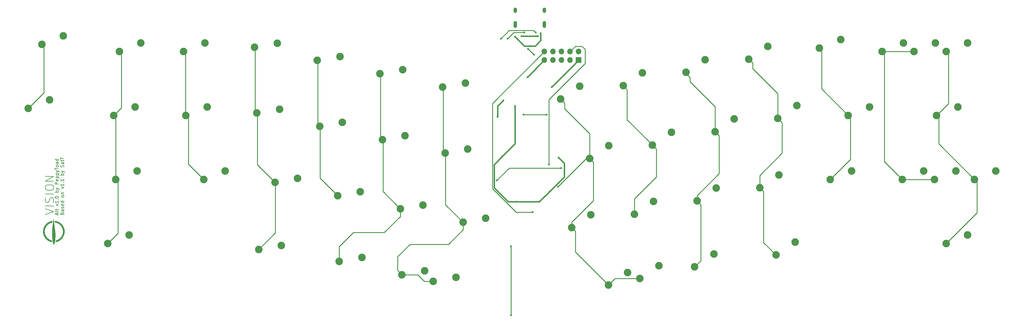
<source format=gbr>
%TF.GenerationSoftware,KiCad,Pcbnew,(6.0.11-0)*%
%TF.CreationDate,2023-07-09T00:15:19+09:00*%
%TF.ProjectId,Vision,56697369-6f6e-42e6-9b69-6361645f7063,rev?*%
%TF.SameCoordinates,Original*%
%TF.FileFunction,Copper,L1,Top*%
%TF.FilePolarity,Positive*%
%FSLAX46Y46*%
G04 Gerber Fmt 4.6, Leading zero omitted, Abs format (unit mm)*
G04 Created by KiCad (PCBNEW (6.0.11-0)) date 2023-07-09 00:15:19*
%MOMM*%
%LPD*%
G01*
G04 APERTURE LIST*
%ADD10C,0.150000*%
%TA.AperFunction,NonConductor*%
%ADD11C,0.150000*%
%TD*%
%ADD12C,0.200000*%
%TA.AperFunction,NonConductor*%
%ADD13C,0.200000*%
%TD*%
%TA.AperFunction,EtchedComponent*%
%ADD14C,0.010000*%
%TD*%
%TA.AperFunction,ComponentPad*%
%ADD15C,2.250000*%
%TD*%
%TA.AperFunction,ComponentPad*%
%ADD16O,1.000000X1.600000*%
%TD*%
%TA.AperFunction,ComponentPad*%
%ADD17O,1.000000X2.100000*%
%TD*%
%TA.AperFunction,ComponentPad*%
%ADD18R,1.700000X1.700000*%
%TD*%
%TA.AperFunction,ComponentPad*%
%ADD19O,1.700000X1.700000*%
%TD*%
%TA.AperFunction,ViaPad*%
%ADD20C,0.600000*%
%TD*%
%TA.AperFunction,Conductor*%
%ADD21C,0.381000*%
%TD*%
%TA.AperFunction,Conductor*%
%ADD22C,0.254000*%
%TD*%
G04 APERTURE END LIST*
D10*
D11*
X69661666Y-143412023D02*
X69661666Y-142935833D01*
X69947380Y-143507261D02*
X68947380Y-143173928D01*
X69947380Y-142840595D01*
X69947380Y-142364404D02*
X69899761Y-142459642D01*
X69804523Y-142507261D01*
X68947380Y-142507261D01*
X69280714Y-142126309D02*
X69280714Y-141745357D01*
X68947380Y-141983452D02*
X69804523Y-141983452D01*
X69899761Y-141935833D01*
X69947380Y-141840595D01*
X69947380Y-141745357D01*
X69280714Y-140745357D02*
X69947380Y-140507261D01*
X69280714Y-140269166D01*
X69947380Y-139364404D02*
X69947380Y-139935833D01*
X69947380Y-139650119D02*
X68947380Y-139650119D01*
X69090238Y-139745357D01*
X69185476Y-139840595D01*
X69233095Y-139935833D01*
X69852142Y-138935833D02*
X69899761Y-138888214D01*
X69947380Y-138935833D01*
X69899761Y-138983452D01*
X69852142Y-138935833D01*
X69947380Y-138935833D01*
X68947380Y-138269166D02*
X68947380Y-138173928D01*
X68995000Y-138078690D01*
X69042619Y-138031071D01*
X69137857Y-137983452D01*
X69328333Y-137935833D01*
X69566428Y-137935833D01*
X69756904Y-137983452D01*
X69852142Y-138031071D01*
X69899761Y-138078690D01*
X69947380Y-138173928D01*
X69947380Y-138269166D01*
X69899761Y-138364404D01*
X69852142Y-138412023D01*
X69756904Y-138459642D01*
X69566428Y-138507261D01*
X69328333Y-138507261D01*
X69137857Y-138459642D01*
X69042619Y-138412023D01*
X68995000Y-138364404D01*
X68947380Y-138269166D01*
X69947380Y-136745357D02*
X68947380Y-136745357D01*
X69328333Y-136745357D02*
X69280714Y-136650119D01*
X69280714Y-136459642D01*
X69328333Y-136364404D01*
X69375952Y-136316785D01*
X69471190Y-136269166D01*
X69756904Y-136269166D01*
X69852142Y-136316785D01*
X69899761Y-136364404D01*
X69947380Y-136459642D01*
X69947380Y-136650119D01*
X69899761Y-136745357D01*
X69280714Y-135935833D02*
X69947380Y-135697738D01*
X69280714Y-135459642D02*
X69947380Y-135697738D01*
X70185476Y-135792976D01*
X70233095Y-135840595D01*
X70280714Y-135935833D01*
X69947380Y-134316785D02*
X68947380Y-134316785D01*
X68947380Y-133935833D01*
X68995000Y-133840595D01*
X69042619Y-133792976D01*
X69137857Y-133745357D01*
X69280714Y-133745357D01*
X69375952Y-133792976D01*
X69423571Y-133840595D01*
X69471190Y-133935833D01*
X69471190Y-134316785D01*
X69899761Y-132935833D02*
X69947380Y-133031071D01*
X69947380Y-133221547D01*
X69899761Y-133316785D01*
X69804523Y-133364404D01*
X69423571Y-133364404D01*
X69328333Y-133316785D01*
X69280714Y-133221547D01*
X69280714Y-133031071D01*
X69328333Y-132935833D01*
X69423571Y-132888214D01*
X69518809Y-132888214D01*
X69614047Y-133364404D01*
X69280714Y-132459642D02*
X70280714Y-132459642D01*
X69328333Y-132459642D02*
X69280714Y-132364404D01*
X69280714Y-132173928D01*
X69328333Y-132078690D01*
X69375952Y-132031071D01*
X69471190Y-131983452D01*
X69756904Y-131983452D01*
X69852142Y-132031071D01*
X69899761Y-132078690D01*
X69947380Y-132173928D01*
X69947380Y-132364404D01*
X69899761Y-132459642D01*
X69280714Y-131554880D02*
X70280714Y-131554880D01*
X69328333Y-131554880D02*
X69280714Y-131459642D01*
X69280714Y-131269166D01*
X69328333Y-131173928D01*
X69375952Y-131126309D01*
X69471190Y-131078690D01*
X69756904Y-131078690D01*
X69852142Y-131126309D01*
X69899761Y-131173928D01*
X69947380Y-131269166D01*
X69947380Y-131459642D01*
X69899761Y-131554880D01*
X69280714Y-130745357D02*
X69947380Y-130507261D01*
X69280714Y-130269166D02*
X69947380Y-130507261D01*
X70185476Y-130602500D01*
X70233095Y-130650119D01*
X70280714Y-130745357D01*
X68947380Y-130031071D02*
X68947380Y-129459642D01*
X69947380Y-129745357D02*
X68947380Y-129745357D01*
X69947380Y-128983452D02*
X69899761Y-129078690D01*
X69852142Y-129126309D01*
X69756904Y-129173928D01*
X69471190Y-129173928D01*
X69375952Y-129126309D01*
X69328333Y-129078690D01*
X69280714Y-128983452D01*
X69280714Y-128840595D01*
X69328333Y-128745357D01*
X69375952Y-128697738D01*
X69471190Y-128650119D01*
X69756904Y-128650119D01*
X69852142Y-128697738D01*
X69899761Y-128745357D01*
X69947380Y-128840595D01*
X69947380Y-128983452D01*
X69947380Y-127792976D02*
X69423571Y-127792976D01*
X69328333Y-127840595D01*
X69280714Y-127935833D01*
X69280714Y-128126309D01*
X69328333Y-128221547D01*
X69899761Y-127792976D02*
X69947380Y-127888214D01*
X69947380Y-128126309D01*
X69899761Y-128221547D01*
X69804523Y-128269166D01*
X69709285Y-128269166D01*
X69614047Y-128221547D01*
X69566428Y-128126309D01*
X69566428Y-127888214D01*
X69518809Y-127792976D01*
X69947380Y-126888214D02*
X68947380Y-126888214D01*
X69899761Y-126888214D02*
X69947380Y-126983452D01*
X69947380Y-127173928D01*
X69899761Y-127269166D01*
X69852142Y-127316785D01*
X69756904Y-127364404D01*
X69471190Y-127364404D01*
X69375952Y-127316785D01*
X69328333Y-127269166D01*
X69280714Y-127173928D01*
X69280714Y-126983452D01*
X69328333Y-126888214D01*
X71033571Y-143031071D02*
X71081190Y-142888214D01*
X71128809Y-142840595D01*
X71224047Y-142792976D01*
X71366904Y-142792976D01*
X71462142Y-142840595D01*
X71509761Y-142888214D01*
X71557380Y-142983452D01*
X71557380Y-143364404D01*
X70557380Y-143364404D01*
X70557380Y-143031071D01*
X70605000Y-142935833D01*
X70652619Y-142888214D01*
X70747857Y-142840595D01*
X70843095Y-142840595D01*
X70938333Y-142888214D01*
X70985952Y-142935833D01*
X71033571Y-143031071D01*
X71033571Y-143364404D01*
X71557380Y-141935833D02*
X71033571Y-141935833D01*
X70938333Y-141983452D01*
X70890714Y-142078690D01*
X70890714Y-142269166D01*
X70938333Y-142364404D01*
X71509761Y-141935833D02*
X71557380Y-142031071D01*
X71557380Y-142269166D01*
X71509761Y-142364404D01*
X71414523Y-142412023D01*
X71319285Y-142412023D01*
X71224047Y-142364404D01*
X71176428Y-142269166D01*
X71176428Y-142031071D01*
X71128809Y-141935833D01*
X71509761Y-141507261D02*
X71557380Y-141412023D01*
X71557380Y-141221547D01*
X71509761Y-141126309D01*
X71414523Y-141078690D01*
X71366904Y-141078690D01*
X71271666Y-141126309D01*
X71224047Y-141221547D01*
X71224047Y-141364404D01*
X71176428Y-141459642D01*
X71081190Y-141507261D01*
X71033571Y-141507261D01*
X70938333Y-141459642D01*
X70890714Y-141364404D01*
X70890714Y-141221547D01*
X70938333Y-141126309D01*
X71509761Y-140269166D02*
X71557380Y-140364404D01*
X71557380Y-140554880D01*
X71509761Y-140650119D01*
X71414523Y-140697738D01*
X71033571Y-140697738D01*
X70938333Y-140650119D01*
X70890714Y-140554880D01*
X70890714Y-140364404D01*
X70938333Y-140269166D01*
X71033571Y-140221547D01*
X71128809Y-140221547D01*
X71224047Y-140697738D01*
X71557380Y-139364404D02*
X70557380Y-139364404D01*
X71509761Y-139364404D02*
X71557380Y-139459642D01*
X71557380Y-139650119D01*
X71509761Y-139745357D01*
X71462142Y-139792976D01*
X71366904Y-139840595D01*
X71081190Y-139840595D01*
X70985952Y-139792976D01*
X70938333Y-139745357D01*
X70890714Y-139650119D01*
X70890714Y-139459642D01*
X70938333Y-139364404D01*
X71557380Y-137983452D02*
X71509761Y-138078690D01*
X71462142Y-138126309D01*
X71366904Y-138173928D01*
X71081190Y-138173928D01*
X70985952Y-138126309D01*
X70938333Y-138078690D01*
X70890714Y-137983452D01*
X70890714Y-137840595D01*
X70938333Y-137745357D01*
X70985952Y-137697738D01*
X71081190Y-137650119D01*
X71366904Y-137650119D01*
X71462142Y-137697738D01*
X71509761Y-137745357D01*
X71557380Y-137840595D01*
X71557380Y-137983452D01*
X70890714Y-137221547D02*
X71557380Y-137221547D01*
X70985952Y-137221547D02*
X70938333Y-137173928D01*
X70890714Y-137078690D01*
X70890714Y-136935833D01*
X70938333Y-136840595D01*
X71033571Y-136792976D01*
X71557380Y-136792976D01*
X70890714Y-135650119D02*
X71557380Y-135412023D01*
X70890714Y-135173928D01*
X71557380Y-134269166D02*
X71557380Y-134840595D01*
X71557380Y-134554880D02*
X70557380Y-134554880D01*
X70700238Y-134650119D01*
X70795476Y-134745357D01*
X70843095Y-134840595D01*
X71462142Y-133840595D02*
X71509761Y-133792976D01*
X71557380Y-133840595D01*
X71509761Y-133888214D01*
X71462142Y-133840595D01*
X71557380Y-133840595D01*
X71557380Y-132840595D02*
X71557380Y-133412023D01*
X71557380Y-133126309D02*
X70557380Y-133126309D01*
X70700238Y-133221547D01*
X70795476Y-133316785D01*
X70843095Y-133412023D01*
X71557380Y-131650119D02*
X70557380Y-131650119D01*
X70938333Y-131650119D02*
X70890714Y-131554880D01*
X70890714Y-131364404D01*
X70938333Y-131269166D01*
X70985952Y-131221547D01*
X71081190Y-131173928D01*
X71366904Y-131173928D01*
X71462142Y-131221547D01*
X71509761Y-131269166D01*
X71557380Y-131364404D01*
X71557380Y-131554880D01*
X71509761Y-131650119D01*
X70890714Y-130840595D02*
X71557380Y-130602500D01*
X70890714Y-130364404D02*
X71557380Y-130602500D01*
X71795476Y-130697738D01*
X71843095Y-130745357D01*
X71890714Y-130840595D01*
X71509761Y-129269166D02*
X71557380Y-129126309D01*
X71557380Y-128888214D01*
X71509761Y-128792976D01*
X71462142Y-128745357D01*
X71366904Y-128697738D01*
X71271666Y-128697738D01*
X71176428Y-128745357D01*
X71128809Y-128792976D01*
X71081190Y-128888214D01*
X71033571Y-129078690D01*
X70985952Y-129173928D01*
X70938333Y-129221547D01*
X70843095Y-129269166D01*
X70747857Y-129269166D01*
X70652619Y-129221547D01*
X70605000Y-129173928D01*
X70557380Y-129078690D01*
X70557380Y-128840595D01*
X70605000Y-128697738D01*
X71557380Y-127840595D02*
X71033571Y-127840595D01*
X70938333Y-127888214D01*
X70890714Y-127983452D01*
X70890714Y-128173928D01*
X70938333Y-128269166D01*
X71509761Y-127840595D02*
X71557380Y-127935833D01*
X71557380Y-128173928D01*
X71509761Y-128269166D01*
X71414523Y-128316785D01*
X71319285Y-128316785D01*
X71224047Y-128269166D01*
X71176428Y-128173928D01*
X71176428Y-127935833D01*
X71128809Y-127840595D01*
X70890714Y-127507261D02*
X70890714Y-127126309D01*
X70557380Y-127364404D02*
X71414523Y-127364404D01*
X71509761Y-127316785D01*
X71557380Y-127221547D01*
X71557380Y-127126309D01*
X70557380Y-126935833D02*
X70557380Y-126364404D01*
X71557380Y-126650119D02*
X70557380Y-126650119D01*
D12*
D13*
X66030952Y-143331904D02*
X68530952Y-142498571D01*
X66030952Y-141665238D01*
X68530952Y-140831904D02*
X66030952Y-140831904D01*
X68411904Y-139760476D02*
X68530952Y-139403333D01*
X68530952Y-138808095D01*
X68411904Y-138570000D01*
X68292857Y-138450952D01*
X68054761Y-138331904D01*
X67816666Y-138331904D01*
X67578571Y-138450952D01*
X67459523Y-138570000D01*
X67340476Y-138808095D01*
X67221428Y-139284285D01*
X67102380Y-139522380D01*
X66983333Y-139641428D01*
X66745238Y-139760476D01*
X66507142Y-139760476D01*
X66269047Y-139641428D01*
X66150000Y-139522380D01*
X66030952Y-139284285D01*
X66030952Y-138689047D01*
X66150000Y-138331904D01*
X68530952Y-137260476D02*
X66030952Y-137260476D01*
X66030952Y-135593809D02*
X66030952Y-135117619D01*
X66150000Y-134879523D01*
X66388095Y-134641428D01*
X66864285Y-134522380D01*
X67697619Y-134522380D01*
X68173809Y-134641428D01*
X68411904Y-134879523D01*
X68530952Y-135117619D01*
X68530952Y-135593809D01*
X68411904Y-135831904D01*
X68173809Y-136070000D01*
X67697619Y-136189047D01*
X66864285Y-136189047D01*
X66388095Y-136070000D01*
X66150000Y-135831904D01*
X66030952Y-135593809D01*
X68530952Y-133450952D02*
X66030952Y-133450952D01*
X68530952Y-132022380D01*
X66030952Y-132022380D01*
%TO.C,H2*%
G36*
X68858339Y-145231554D02*
G01*
X68894865Y-145237462D01*
X68950410Y-145247453D01*
X69021394Y-145260868D01*
X69104234Y-145277049D01*
X69175897Y-145291392D01*
X69502369Y-145357401D01*
X69803548Y-145488552D01*
X69898476Y-145530090D01*
X69974633Y-145564337D01*
X70037574Y-145594426D01*
X70092855Y-145623493D01*
X70146029Y-145654673D01*
X70202651Y-145691101D01*
X70268275Y-145735912D01*
X70348457Y-145792241D01*
X70375458Y-145811343D01*
X70459474Y-145871025D01*
X70526816Y-145919866D01*
X70582124Y-145961964D01*
X70630034Y-146001413D01*
X70675187Y-146042312D01*
X70722219Y-146088756D01*
X70775769Y-146144841D01*
X70840476Y-146214664D01*
X70876384Y-146253743D01*
X70947674Y-146331638D01*
X71004483Y-146394868D01*
X71050492Y-146448390D01*
X71089378Y-146497163D01*
X71124821Y-146546145D01*
X71160499Y-146600295D01*
X71200091Y-146664571D01*
X71247276Y-146743931D01*
X71274847Y-146790783D01*
X71327189Y-146880093D01*
X71368515Y-146952023D01*
X71401395Y-147012222D01*
X71428397Y-147066336D01*
X71452092Y-147120013D01*
X71475050Y-147178902D01*
X71499840Y-147248649D01*
X71529033Y-147334903D01*
X71547191Y-147389307D01*
X71651267Y-147701549D01*
X71689473Y-148030853D01*
X71699997Y-148123037D01*
X71709310Y-148207442D01*
X71716999Y-148280105D01*
X71722654Y-148337060D01*
X71725863Y-148374343D01*
X71726423Y-148386894D01*
X71724772Y-148407470D01*
X71720829Y-148450507D01*
X71714993Y-148511869D01*
X71707658Y-148587415D01*
X71699221Y-148673007D01*
X71694353Y-148721882D01*
X71663538Y-149030134D01*
X71563064Y-149347209D01*
X71531712Y-149445745D01*
X71505923Y-149524492D01*
X71483221Y-149589128D01*
X71461128Y-149645332D01*
X71437167Y-149698786D01*
X71408862Y-149755166D01*
X71373735Y-149820154D01*
X71329309Y-149899427D01*
X71298430Y-149953971D01*
X71246624Y-150045018D01*
X71204172Y-150117915D01*
X71167372Y-150177846D01*
X71132522Y-150229994D01*
X71095922Y-150279542D01*
X71053870Y-150331673D01*
X71002665Y-150391572D01*
X70938606Y-150464421D01*
X70914448Y-150491697D01*
X70844753Y-150570018D01*
X70787773Y-150632679D01*
X70738752Y-150684039D01*
X70692934Y-150728455D01*
X70645563Y-150770286D01*
X70591884Y-150813888D01*
X70527142Y-150863620D01*
X70446579Y-150923840D01*
X70426925Y-150938434D01*
X70343404Y-151000248D01*
X70275894Y-151049267D01*
X70219015Y-151088661D01*
X70167386Y-151121598D01*
X70115628Y-151151246D01*
X70058359Y-151180775D01*
X69990199Y-151213352D01*
X69905768Y-151252146D01*
X69855143Y-151275149D01*
X69748707Y-151322885D01*
X69660467Y-151360907D01*
X69584657Y-151391365D01*
X69515514Y-151416411D01*
X69447272Y-151438196D01*
X69374168Y-151458872D01*
X69335567Y-151469058D01*
X69263844Y-151487321D01*
X69201745Y-151502488D01*
X69153614Y-151513551D01*
X69123790Y-151519500D01*
X69116066Y-151520027D01*
X69115014Y-151504235D01*
X69117073Y-151467409D01*
X69121610Y-151414986D01*
X69127991Y-151352407D01*
X69135584Y-151285110D01*
X69143755Y-151218533D01*
X69151871Y-151158116D01*
X69159299Y-151109297D01*
X69165406Y-151077515D01*
X69168664Y-151068200D01*
X69184725Y-151060146D01*
X69222116Y-151045043D01*
X69276834Y-151024393D01*
X69344877Y-150999699D01*
X69422242Y-150972464D01*
X69440504Y-150966146D01*
X69530957Y-150934543D01*
X69603883Y-150907611D01*
X69665880Y-150882255D01*
X69723548Y-150855383D01*
X69783486Y-150823900D01*
X69852292Y-150784713D01*
X69936566Y-150734728D01*
X69945277Y-150729509D01*
X70030714Y-150677817D01*
X70099249Y-150634691D01*
X70156792Y-150595671D01*
X70209253Y-150556299D01*
X70262541Y-150512114D01*
X70322566Y-150458658D01*
X70395236Y-150391471D01*
X70403628Y-150383637D01*
X70477371Y-150314203D01*
X70536052Y-150257016D01*
X70584518Y-150206477D01*
X70627619Y-150156989D01*
X70670203Y-150102955D01*
X70717120Y-150038777D01*
X70773217Y-149958858D01*
X70779741Y-149949465D01*
X70836739Y-149866648D01*
X70881666Y-149798923D01*
X70918136Y-149739730D01*
X70949765Y-149682507D01*
X70980165Y-149620695D01*
X71012952Y-149547732D01*
X71051740Y-149457058D01*
X71054125Y-149451412D01*
X71091159Y-149363117D01*
X71119868Y-149292089D01*
X71142236Y-149231773D01*
X71160249Y-149175618D01*
X71175891Y-149117071D01*
X71191148Y-149049577D01*
X71208005Y-148966585D01*
X71220692Y-148901579D01*
X71276431Y-148614158D01*
X71267241Y-148326737D01*
X71263985Y-148230334D01*
X71260578Y-148153931D01*
X71256146Y-148090801D01*
X71249811Y-148034215D01*
X71240697Y-147977448D01*
X71227928Y-147913771D01*
X71210628Y-147836458D01*
X71194103Y-147765263D01*
X71171745Y-147670720D01*
X71152766Y-147595436D01*
X71134790Y-147532583D01*
X71115442Y-147475332D01*
X71092346Y-147416853D01*
X71063126Y-147350318D01*
X71025408Y-147268897D01*
X71010149Y-147236446D01*
X70967749Y-147147442D01*
X70931879Y-147075525D01*
X70898711Y-147014377D01*
X70864419Y-146957680D01*
X70825175Y-146899115D01*
X70777151Y-146832365D01*
X70716519Y-146751111D01*
X70714553Y-146748499D01*
X70653251Y-146667758D01*
X70602618Y-146603365D01*
X70557675Y-146549989D01*
X70513447Y-146502296D01*
X70464957Y-146454953D01*
X70407227Y-146402626D01*
X70335282Y-146339984D01*
X70325385Y-146331458D01*
X70249052Y-146266375D01*
X70185770Y-146214483D01*
X70129253Y-146171415D01*
X70073214Y-146132803D01*
X70011365Y-146094281D01*
X69937419Y-146051481D01*
X69860562Y-146008588D01*
X69773857Y-145960978D01*
X69703742Y-145923842D01*
X69643603Y-145894373D01*
X69586827Y-145869764D01*
X69526797Y-145847209D01*
X69456901Y-145823902D01*
X69370523Y-145797034D01*
X69340337Y-145787839D01*
X69253101Y-145761878D01*
X69168187Y-145737604D01*
X69091212Y-145716548D01*
X69027790Y-145700240D01*
X68983536Y-145690212D01*
X68979505Y-145689453D01*
X68887652Y-145672806D01*
X68863531Y-145454102D01*
X68855766Y-145380789D01*
X68849652Y-145317312D01*
X68845575Y-145268188D01*
X68843921Y-145237931D01*
X68844417Y-145230390D01*
X68858339Y-145231554D01*
G37*
D14*
X68858339Y-145231554D02*
X68894865Y-145237462D01*
X68950410Y-145247453D01*
X69021394Y-145260868D01*
X69104234Y-145277049D01*
X69175897Y-145291392D01*
X69502369Y-145357401D01*
X69803548Y-145488552D01*
X69898476Y-145530090D01*
X69974633Y-145564337D01*
X70037574Y-145594426D01*
X70092855Y-145623493D01*
X70146029Y-145654673D01*
X70202651Y-145691101D01*
X70268275Y-145735912D01*
X70348457Y-145792241D01*
X70375458Y-145811343D01*
X70459474Y-145871025D01*
X70526816Y-145919866D01*
X70582124Y-145961964D01*
X70630034Y-146001413D01*
X70675187Y-146042312D01*
X70722219Y-146088756D01*
X70775769Y-146144841D01*
X70840476Y-146214664D01*
X70876384Y-146253743D01*
X70947674Y-146331638D01*
X71004483Y-146394868D01*
X71050492Y-146448390D01*
X71089378Y-146497163D01*
X71124821Y-146546145D01*
X71160499Y-146600295D01*
X71200091Y-146664571D01*
X71247276Y-146743931D01*
X71274847Y-146790783D01*
X71327189Y-146880093D01*
X71368515Y-146952023D01*
X71401395Y-147012222D01*
X71428397Y-147066336D01*
X71452092Y-147120013D01*
X71475050Y-147178902D01*
X71499840Y-147248649D01*
X71529033Y-147334903D01*
X71547191Y-147389307D01*
X71651267Y-147701549D01*
X71689473Y-148030853D01*
X71699997Y-148123037D01*
X71709310Y-148207442D01*
X71716999Y-148280105D01*
X71722654Y-148337060D01*
X71725863Y-148374343D01*
X71726423Y-148386894D01*
X71724772Y-148407470D01*
X71720829Y-148450507D01*
X71714993Y-148511869D01*
X71707658Y-148587415D01*
X71699221Y-148673007D01*
X71694353Y-148721882D01*
X71663538Y-149030134D01*
X71563064Y-149347209D01*
X71531712Y-149445745D01*
X71505923Y-149524492D01*
X71483221Y-149589128D01*
X71461128Y-149645332D01*
X71437167Y-149698786D01*
X71408862Y-149755166D01*
X71373735Y-149820154D01*
X71329309Y-149899427D01*
X71298430Y-149953971D01*
X71246624Y-150045018D01*
X71204172Y-150117915D01*
X71167372Y-150177846D01*
X71132522Y-150229994D01*
X71095922Y-150279542D01*
X71053870Y-150331673D01*
X71002665Y-150391572D01*
X70938606Y-150464421D01*
X70914448Y-150491697D01*
X70844753Y-150570018D01*
X70787773Y-150632679D01*
X70738752Y-150684039D01*
X70692934Y-150728455D01*
X70645563Y-150770286D01*
X70591884Y-150813888D01*
X70527142Y-150863620D01*
X70446579Y-150923840D01*
X70426925Y-150938434D01*
X70343404Y-151000248D01*
X70275894Y-151049267D01*
X70219015Y-151088661D01*
X70167386Y-151121598D01*
X70115628Y-151151246D01*
X70058359Y-151180775D01*
X69990199Y-151213352D01*
X69905768Y-151252146D01*
X69855143Y-151275149D01*
X69748707Y-151322885D01*
X69660467Y-151360907D01*
X69584657Y-151391365D01*
X69515514Y-151416411D01*
X69447272Y-151438196D01*
X69374168Y-151458872D01*
X69335567Y-151469058D01*
X69263844Y-151487321D01*
X69201745Y-151502488D01*
X69153614Y-151513551D01*
X69123790Y-151519500D01*
X69116066Y-151520027D01*
X69115014Y-151504235D01*
X69117073Y-151467409D01*
X69121610Y-151414986D01*
X69127991Y-151352407D01*
X69135584Y-151285110D01*
X69143755Y-151218533D01*
X69151871Y-151158116D01*
X69159299Y-151109297D01*
X69165406Y-151077515D01*
X69168664Y-151068200D01*
X69184725Y-151060146D01*
X69222116Y-151045043D01*
X69276834Y-151024393D01*
X69344877Y-150999699D01*
X69422242Y-150972464D01*
X69440504Y-150966146D01*
X69530957Y-150934543D01*
X69603883Y-150907611D01*
X69665880Y-150882255D01*
X69723548Y-150855383D01*
X69783486Y-150823900D01*
X69852292Y-150784713D01*
X69936566Y-150734728D01*
X69945277Y-150729509D01*
X70030714Y-150677817D01*
X70099249Y-150634691D01*
X70156792Y-150595671D01*
X70209253Y-150556299D01*
X70262541Y-150512114D01*
X70322566Y-150458658D01*
X70395236Y-150391471D01*
X70403628Y-150383637D01*
X70477371Y-150314203D01*
X70536052Y-150257016D01*
X70584518Y-150206477D01*
X70627619Y-150156989D01*
X70670203Y-150102955D01*
X70717120Y-150038777D01*
X70773217Y-149958858D01*
X70779741Y-149949465D01*
X70836739Y-149866648D01*
X70881666Y-149798923D01*
X70918136Y-149739730D01*
X70949765Y-149682507D01*
X70980165Y-149620695D01*
X71012952Y-149547732D01*
X71051740Y-149457058D01*
X71054125Y-149451412D01*
X71091159Y-149363117D01*
X71119868Y-149292089D01*
X71142236Y-149231773D01*
X71160249Y-149175618D01*
X71175891Y-149117071D01*
X71191148Y-149049577D01*
X71208005Y-148966585D01*
X71220692Y-148901579D01*
X71276431Y-148614158D01*
X71267241Y-148326737D01*
X71263985Y-148230334D01*
X71260578Y-148153931D01*
X71256146Y-148090801D01*
X71249811Y-148034215D01*
X71240697Y-147977448D01*
X71227928Y-147913771D01*
X71210628Y-147836458D01*
X71194103Y-147765263D01*
X71171745Y-147670720D01*
X71152766Y-147595436D01*
X71134790Y-147532583D01*
X71115442Y-147475332D01*
X71092346Y-147416853D01*
X71063126Y-147350318D01*
X71025408Y-147268897D01*
X71010149Y-147236446D01*
X70967749Y-147147442D01*
X70931879Y-147075525D01*
X70898711Y-147014377D01*
X70864419Y-146957680D01*
X70825175Y-146899115D01*
X70777151Y-146832365D01*
X70716519Y-146751111D01*
X70714553Y-146748499D01*
X70653251Y-146667758D01*
X70602618Y-146603365D01*
X70557675Y-146549989D01*
X70513447Y-146502296D01*
X70464957Y-146454953D01*
X70407227Y-146402626D01*
X70335282Y-146339984D01*
X70325385Y-146331458D01*
X70249052Y-146266375D01*
X70185770Y-146214483D01*
X70129253Y-146171415D01*
X70073214Y-146132803D01*
X70011365Y-146094281D01*
X69937419Y-146051481D01*
X69860562Y-146008588D01*
X69773857Y-145960978D01*
X69703742Y-145923842D01*
X69643603Y-145894373D01*
X69586827Y-145869764D01*
X69526797Y-145847209D01*
X69456901Y-145823902D01*
X69370523Y-145797034D01*
X69340337Y-145787839D01*
X69253101Y-145761878D01*
X69168187Y-145737604D01*
X69091212Y-145716548D01*
X69027790Y-145700240D01*
X68983536Y-145690212D01*
X68979505Y-145689453D01*
X68887652Y-145672806D01*
X68863531Y-145454102D01*
X68855766Y-145380789D01*
X68849652Y-145317312D01*
X68845575Y-145268188D01*
X68843921Y-145237931D01*
X68844417Y-145230390D01*
X68858339Y-145231554D01*
G36*
X68097365Y-145244256D02*
G01*
X68102292Y-145256139D01*
X68103115Y-145279864D01*
X68099814Y-145318676D01*
X68092365Y-145375818D01*
X68080748Y-145454534D01*
X68073540Y-145501880D01*
X68062785Y-145569847D01*
X68052923Y-145627791D01*
X68044833Y-145670859D01*
X68039395Y-145694199D01*
X68038191Y-145696901D01*
X68024007Y-145702045D01*
X67988015Y-145713383D01*
X67934107Y-145729739D01*
X67866174Y-145749936D01*
X67788108Y-145772798D01*
X67764474Y-145779658D01*
X67673218Y-145806405D01*
X67600221Y-145829009D01*
X67539005Y-145850141D01*
X67483092Y-145872473D01*
X67426004Y-145898673D01*
X67361263Y-145931413D01*
X67282390Y-145973363D01*
X67243106Y-145994579D01*
X67153971Y-146043308D01*
X67082399Y-146084101D01*
X67022156Y-146121214D01*
X66967009Y-146158904D01*
X66910726Y-146201429D01*
X66847074Y-146253043D01*
X66771011Y-146316995D01*
X66694154Y-146382767D01*
X66632752Y-146437323D01*
X66581533Y-146486188D01*
X66535225Y-146534887D01*
X66488558Y-146588944D01*
X66436258Y-146653884D01*
X66377808Y-146729064D01*
X66316611Y-146809116D01*
X66268208Y-146874784D01*
X66228635Y-146932496D01*
X66193926Y-146988679D01*
X66160116Y-147049758D01*
X66123240Y-147122162D01*
X66079333Y-147212318D01*
X66078191Y-147214688D01*
X66036091Y-147302683D01*
X66003465Y-147373324D01*
X65977954Y-147433232D01*
X65957196Y-147489028D01*
X65938830Y-147547333D01*
X65920495Y-147614767D01*
X65899830Y-147697950D01*
X65887278Y-147750051D01*
X65865310Y-147842282D01*
X65848680Y-147915475D01*
X65836497Y-147976273D01*
X65827869Y-148031317D01*
X65821906Y-148087249D01*
X65817715Y-148150710D01*
X65814405Y-148228342D01*
X65811477Y-148314752D01*
X65802079Y-148602597D01*
X65851718Y-148875746D01*
X65868900Y-148968780D01*
X65883752Y-149043241D01*
X65898229Y-149105814D01*
X65914287Y-149163182D01*
X65933881Y-149222030D01*
X65958967Y-149289041D01*
X65991501Y-149370902D01*
X66009863Y-149416263D01*
X66047123Y-149507217D01*
X66078275Y-149580064D01*
X66106672Y-149641048D01*
X66135665Y-149696414D01*
X66168609Y-149752408D01*
X66208856Y-149815275D01*
X66259758Y-149891260D01*
X66284080Y-149927059D01*
X66341496Y-150010727D01*
X66388986Y-150077559D01*
X66431252Y-150133100D01*
X66472995Y-150182895D01*
X66518917Y-150232490D01*
X66573720Y-150287428D01*
X66642104Y-150353257D01*
X66659290Y-150369611D01*
X66733086Y-150439165D01*
X66793861Y-150494449D01*
X66847560Y-150540036D01*
X66900131Y-150580497D01*
X66957519Y-150620407D01*
X67025673Y-150664337D01*
X67110537Y-150716861D01*
X67112129Y-150717837D01*
X67196146Y-150768932D01*
X67264313Y-150808948D01*
X67323169Y-150840988D01*
X67379252Y-150868158D01*
X67439101Y-150893563D01*
X67509253Y-150920308D01*
X67596246Y-150951498D01*
X67626814Y-150962258D01*
X67707330Y-150990794D01*
X67779329Y-151016788D01*
X67838972Y-151038816D01*
X67882419Y-151055453D01*
X67905833Y-151065274D01*
X67908626Y-151066872D01*
X67913460Y-151082639D01*
X67919801Y-151119397D01*
X67927067Y-151171693D01*
X67934680Y-151234073D01*
X67942060Y-151301084D01*
X67948627Y-151367273D01*
X67953801Y-151427184D01*
X67957003Y-151475364D01*
X67957653Y-151506361D01*
X67956253Y-151514940D01*
X67941984Y-151513292D01*
X67905682Y-151504849D01*
X67850903Y-151490562D01*
X67781205Y-151471380D01*
X67700143Y-151448252D01*
X67633772Y-151428814D01*
X67535334Y-151399539D01*
X67456651Y-151375393D01*
X67391967Y-151353997D01*
X67335524Y-151332974D01*
X67281568Y-151309943D01*
X67224342Y-151282528D01*
X67158091Y-151248349D01*
X67077057Y-151205029D01*
X67027658Y-151178365D01*
X66936585Y-151128966D01*
X66863622Y-151088449D01*
X66803569Y-151053247D01*
X66751230Y-151019796D01*
X66701406Y-150984530D01*
X66648898Y-150943885D01*
X66588510Y-150894295D01*
X66515043Y-150832195D01*
X66482375Y-150804371D01*
X66402354Y-150735905D01*
X66338379Y-150680009D01*
X66286033Y-150632046D01*
X66240901Y-150587375D01*
X66198567Y-150541356D01*
X66154614Y-150489352D01*
X66104628Y-150426721D01*
X66044192Y-150348826D01*
X66024751Y-150323590D01*
X65961341Y-150240967D01*
X65910993Y-150174068D01*
X65870417Y-150117531D01*
X65836317Y-150065993D01*
X65805403Y-150014091D01*
X65774382Y-149956464D01*
X65739960Y-149887749D01*
X65698845Y-149802584D01*
X65677813Y-149758577D01*
X65534052Y-149457468D01*
X65379140Y-148814684D01*
X65371038Y-148467105D01*
X65362935Y-148119526D01*
X65422714Y-147804335D01*
X65482492Y-147489143D01*
X65609356Y-147182703D01*
X65649087Y-147087134D01*
X65681744Y-147010585D01*
X65710309Y-146947567D01*
X65737763Y-146892586D01*
X65767087Y-146840150D01*
X65801261Y-146784769D01*
X65843267Y-146720951D01*
X65896085Y-146643202D01*
X65925469Y-146600321D01*
X65984973Y-146513877D01*
X66033580Y-146444747D01*
X66075399Y-146388118D01*
X66114539Y-146339176D01*
X66155110Y-146293107D01*
X66201222Y-146245099D01*
X66256983Y-146190338D01*
X66326505Y-146124010D01*
X66355846Y-146096228D01*
X66432092Y-146024361D01*
X66494208Y-145967025D01*
X66547293Y-145920313D01*
X66596445Y-145880320D01*
X66646763Y-145843138D01*
X66703346Y-145804861D01*
X66771292Y-145761582D01*
X66855700Y-145709395D01*
X66880913Y-145693922D01*
X66968354Y-145640420D01*
X67038887Y-145598057D01*
X67097981Y-145564233D01*
X67151105Y-145536349D01*
X67203729Y-145511807D01*
X67261322Y-145488008D01*
X67329354Y-145462353D01*
X67413295Y-145432243D01*
X67484715Y-145407029D01*
X67579927Y-145374306D01*
X67674135Y-145343443D01*
X67762121Y-145316038D01*
X67838667Y-145293688D01*
X67898554Y-145277990D01*
X67924895Y-145272322D01*
X67982104Y-145261681D01*
X68032151Y-145252023D01*
X68067103Y-145244892D01*
X68075290Y-145243042D01*
X68088357Y-145240972D01*
X68097365Y-145244256D01*
G37*
X68097365Y-145244256D02*
X68102292Y-145256139D01*
X68103115Y-145279864D01*
X68099814Y-145318676D01*
X68092365Y-145375818D01*
X68080748Y-145454534D01*
X68073540Y-145501880D01*
X68062785Y-145569847D01*
X68052923Y-145627791D01*
X68044833Y-145670859D01*
X68039395Y-145694199D01*
X68038191Y-145696901D01*
X68024007Y-145702045D01*
X67988015Y-145713383D01*
X67934107Y-145729739D01*
X67866174Y-145749936D01*
X67788108Y-145772798D01*
X67764474Y-145779658D01*
X67673218Y-145806405D01*
X67600221Y-145829009D01*
X67539005Y-145850141D01*
X67483092Y-145872473D01*
X67426004Y-145898673D01*
X67361263Y-145931413D01*
X67282390Y-145973363D01*
X67243106Y-145994579D01*
X67153971Y-146043308D01*
X67082399Y-146084101D01*
X67022156Y-146121214D01*
X66967009Y-146158904D01*
X66910726Y-146201429D01*
X66847074Y-146253043D01*
X66771011Y-146316995D01*
X66694154Y-146382767D01*
X66632752Y-146437323D01*
X66581533Y-146486188D01*
X66535225Y-146534887D01*
X66488558Y-146588944D01*
X66436258Y-146653884D01*
X66377808Y-146729064D01*
X66316611Y-146809116D01*
X66268208Y-146874784D01*
X66228635Y-146932496D01*
X66193926Y-146988679D01*
X66160116Y-147049758D01*
X66123240Y-147122162D01*
X66079333Y-147212318D01*
X66078191Y-147214688D01*
X66036091Y-147302683D01*
X66003465Y-147373324D01*
X65977954Y-147433232D01*
X65957196Y-147489028D01*
X65938830Y-147547333D01*
X65920495Y-147614767D01*
X65899830Y-147697950D01*
X65887278Y-147750051D01*
X65865310Y-147842282D01*
X65848680Y-147915475D01*
X65836497Y-147976273D01*
X65827869Y-148031317D01*
X65821906Y-148087249D01*
X65817715Y-148150710D01*
X65814405Y-148228342D01*
X65811477Y-148314752D01*
X65802079Y-148602597D01*
X65851718Y-148875746D01*
X65868900Y-148968780D01*
X65883752Y-149043241D01*
X65898229Y-149105814D01*
X65914287Y-149163182D01*
X65933881Y-149222030D01*
X65958967Y-149289041D01*
X65991501Y-149370902D01*
X66009863Y-149416263D01*
X66047123Y-149507217D01*
X66078275Y-149580064D01*
X66106672Y-149641048D01*
X66135665Y-149696414D01*
X66168609Y-149752408D01*
X66208856Y-149815275D01*
X66259758Y-149891260D01*
X66284080Y-149927059D01*
X66341496Y-150010727D01*
X66388986Y-150077559D01*
X66431252Y-150133100D01*
X66472995Y-150182895D01*
X66518917Y-150232490D01*
X66573720Y-150287428D01*
X66642104Y-150353257D01*
X66659290Y-150369611D01*
X66733086Y-150439165D01*
X66793861Y-150494449D01*
X66847560Y-150540036D01*
X66900131Y-150580497D01*
X66957519Y-150620407D01*
X67025673Y-150664337D01*
X67110537Y-150716861D01*
X67112129Y-150717837D01*
X67196146Y-150768932D01*
X67264313Y-150808948D01*
X67323169Y-150840988D01*
X67379252Y-150868158D01*
X67439101Y-150893563D01*
X67509253Y-150920308D01*
X67596246Y-150951498D01*
X67626814Y-150962258D01*
X67707330Y-150990794D01*
X67779329Y-151016788D01*
X67838972Y-151038816D01*
X67882419Y-151055453D01*
X67905833Y-151065274D01*
X67908626Y-151066872D01*
X67913460Y-151082639D01*
X67919801Y-151119397D01*
X67927067Y-151171693D01*
X67934680Y-151234073D01*
X67942060Y-151301084D01*
X67948627Y-151367273D01*
X67953801Y-151427184D01*
X67957003Y-151475364D01*
X67957653Y-151506361D01*
X67956253Y-151514940D01*
X67941984Y-151513292D01*
X67905682Y-151504849D01*
X67850903Y-151490562D01*
X67781205Y-151471380D01*
X67700143Y-151448252D01*
X67633772Y-151428814D01*
X67535334Y-151399539D01*
X67456651Y-151375393D01*
X67391967Y-151353997D01*
X67335524Y-151332974D01*
X67281568Y-151309943D01*
X67224342Y-151282528D01*
X67158091Y-151248349D01*
X67077057Y-151205029D01*
X67027658Y-151178365D01*
X66936585Y-151128966D01*
X66863622Y-151088449D01*
X66803569Y-151053247D01*
X66751230Y-151019796D01*
X66701406Y-150984530D01*
X66648898Y-150943885D01*
X66588510Y-150894295D01*
X66515043Y-150832195D01*
X66482375Y-150804371D01*
X66402354Y-150735905D01*
X66338379Y-150680009D01*
X66286033Y-150632046D01*
X66240901Y-150587375D01*
X66198567Y-150541356D01*
X66154614Y-150489352D01*
X66104628Y-150426721D01*
X66044192Y-150348826D01*
X66024751Y-150323590D01*
X65961341Y-150240967D01*
X65910993Y-150174068D01*
X65870417Y-150117531D01*
X65836317Y-150065993D01*
X65805403Y-150014091D01*
X65774382Y-149956464D01*
X65739960Y-149887749D01*
X65698845Y-149802584D01*
X65677813Y-149758577D01*
X65534052Y-149457468D01*
X65379140Y-148814684D01*
X65371038Y-148467105D01*
X65362935Y-148119526D01*
X65422714Y-147804335D01*
X65482492Y-147489143D01*
X65609356Y-147182703D01*
X65649087Y-147087134D01*
X65681744Y-147010585D01*
X65710309Y-146947567D01*
X65737763Y-146892586D01*
X65767087Y-146840150D01*
X65801261Y-146784769D01*
X65843267Y-146720951D01*
X65896085Y-146643202D01*
X65925469Y-146600321D01*
X65984973Y-146513877D01*
X66033580Y-146444747D01*
X66075399Y-146388118D01*
X66114539Y-146339176D01*
X66155110Y-146293107D01*
X66201222Y-146245099D01*
X66256983Y-146190338D01*
X66326505Y-146124010D01*
X66355846Y-146096228D01*
X66432092Y-146024361D01*
X66494208Y-145967025D01*
X66547293Y-145920313D01*
X66596445Y-145880320D01*
X66646763Y-145843138D01*
X66703346Y-145804861D01*
X66771292Y-145761582D01*
X66855700Y-145709395D01*
X66880913Y-145693922D01*
X66968354Y-145640420D01*
X67038887Y-145598057D01*
X67097981Y-145564233D01*
X67151105Y-145536349D01*
X67203729Y-145511807D01*
X67261322Y-145488008D01*
X67329354Y-145462353D01*
X67413295Y-145432243D01*
X67484715Y-145407029D01*
X67579927Y-145374306D01*
X67674135Y-145343443D01*
X67762121Y-145316038D01*
X67838667Y-145293688D01*
X67898554Y-145277990D01*
X67924895Y-145272322D01*
X67982104Y-145261681D01*
X68032151Y-145252023D01*
X68067103Y-145244892D01*
X68075290Y-145243042D01*
X68088357Y-145240972D01*
X68097365Y-145244256D01*
G36*
X68535141Y-144593014D02*
G01*
X68537292Y-144618794D01*
X68537996Y-144663924D01*
X68537155Y-144724725D01*
X68536183Y-144758112D01*
X68533806Y-144870418D01*
X68534158Y-144988743D01*
X68537397Y-145114711D01*
X68543684Y-145249942D01*
X68553176Y-145396060D01*
X68566033Y-145554686D01*
X68582414Y-145727442D01*
X68602477Y-145915952D01*
X68626382Y-146121837D01*
X68654288Y-146346719D01*
X68686354Y-146592221D01*
X68722738Y-146859964D01*
X68763599Y-147151572D01*
X68786319Y-147310737D01*
X68819176Y-147541691D01*
X68848025Y-147749067D01*
X68873210Y-147935667D01*
X68895075Y-148104293D01*
X68913965Y-148257746D01*
X68930223Y-148398829D01*
X68944193Y-148530344D01*
X68956219Y-148655092D01*
X68966644Y-148775876D01*
X68967547Y-148787037D01*
X68973939Y-148881069D01*
X68979756Y-148994457D01*
X68984866Y-149121571D01*
X68989139Y-149256779D01*
X68992443Y-149394451D01*
X68994646Y-149528956D01*
X68995617Y-149654664D01*
X68995225Y-149765943D01*
X68993338Y-149857164D01*
X68992838Y-149870789D01*
X68981000Y-150117049D01*
X68965375Y-150358983D01*
X68946264Y-150594539D01*
X68923965Y-150821664D01*
X68898778Y-151038308D01*
X68871004Y-151242417D01*
X68840941Y-151431940D01*
X68808890Y-151604824D01*
X68775150Y-151759019D01*
X68740020Y-151892472D01*
X68703800Y-152003130D01*
X68669808Y-152082972D01*
X68632322Y-152149428D01*
X68596934Y-152191824D01*
X68560949Y-152212404D01*
X68521674Y-152213414D01*
X68514979Y-152211928D01*
X68476634Y-152189123D01*
X68438823Y-152141017D01*
X68401727Y-152069040D01*
X68365530Y-151974626D01*
X68330412Y-151859207D01*
X68296557Y-151724215D01*
X68264146Y-151571082D01*
X68233361Y-151401241D01*
X68204386Y-151216124D01*
X68177401Y-151017163D01*
X68152588Y-150805791D01*
X68130131Y-150583439D01*
X68110211Y-150351541D01*
X68093011Y-150111529D01*
X68078711Y-149864834D01*
X68067496Y-149612890D01*
X68059546Y-149357128D01*
X68055044Y-149098981D01*
X68054172Y-148839881D01*
X68056634Y-148607473D01*
X68064093Y-148301897D01*
X68075858Y-148006736D01*
X68092364Y-147716589D01*
X68114047Y-147426051D01*
X68141345Y-147129719D01*
X68174693Y-146822189D01*
X68214528Y-146498058D01*
X68246105Y-146261315D01*
X68262257Y-146146957D01*
X68280826Y-146021295D01*
X68301351Y-145887034D01*
X68323368Y-145746878D01*
X68346416Y-145603532D01*
X68370033Y-145459699D01*
X68393757Y-145318086D01*
X68417125Y-145181396D01*
X68439676Y-145052333D01*
X68460947Y-144933602D01*
X68480476Y-144827908D01*
X68497801Y-144737955D01*
X68512460Y-144666448D01*
X68523990Y-144616091D01*
X68531643Y-144590263D01*
X68535141Y-144593014D01*
G37*
X68535141Y-144593014D02*
X68537292Y-144618794D01*
X68537996Y-144663924D01*
X68537155Y-144724725D01*
X68536183Y-144758112D01*
X68533806Y-144870418D01*
X68534158Y-144988743D01*
X68537397Y-145114711D01*
X68543684Y-145249942D01*
X68553176Y-145396060D01*
X68566033Y-145554686D01*
X68582414Y-145727442D01*
X68602477Y-145915952D01*
X68626382Y-146121837D01*
X68654288Y-146346719D01*
X68686354Y-146592221D01*
X68722738Y-146859964D01*
X68763599Y-147151572D01*
X68786319Y-147310737D01*
X68819176Y-147541691D01*
X68848025Y-147749067D01*
X68873210Y-147935667D01*
X68895075Y-148104293D01*
X68913965Y-148257746D01*
X68930223Y-148398829D01*
X68944193Y-148530344D01*
X68956219Y-148655092D01*
X68966644Y-148775876D01*
X68967547Y-148787037D01*
X68973939Y-148881069D01*
X68979756Y-148994457D01*
X68984866Y-149121571D01*
X68989139Y-149256779D01*
X68992443Y-149394451D01*
X68994646Y-149528956D01*
X68995617Y-149654664D01*
X68995225Y-149765943D01*
X68993338Y-149857164D01*
X68992838Y-149870789D01*
X68981000Y-150117049D01*
X68965375Y-150358983D01*
X68946264Y-150594539D01*
X68923965Y-150821664D01*
X68898778Y-151038308D01*
X68871004Y-151242417D01*
X68840941Y-151431940D01*
X68808890Y-151604824D01*
X68775150Y-151759019D01*
X68740020Y-151892472D01*
X68703800Y-152003130D01*
X68669808Y-152082972D01*
X68632322Y-152149428D01*
X68596934Y-152191824D01*
X68560949Y-152212404D01*
X68521674Y-152213414D01*
X68514979Y-152211928D01*
X68476634Y-152189123D01*
X68438823Y-152141017D01*
X68401727Y-152069040D01*
X68365530Y-151974626D01*
X68330412Y-151859207D01*
X68296557Y-151724215D01*
X68264146Y-151571082D01*
X68233361Y-151401241D01*
X68204386Y-151216124D01*
X68177401Y-151017163D01*
X68152588Y-150805791D01*
X68130131Y-150583439D01*
X68110211Y-150351541D01*
X68093011Y-150111529D01*
X68078711Y-149864834D01*
X68067496Y-149612890D01*
X68059546Y-149357128D01*
X68055044Y-149098981D01*
X68054172Y-148839881D01*
X68056634Y-148607473D01*
X68064093Y-148301897D01*
X68075858Y-148006736D01*
X68092364Y-147716589D01*
X68114047Y-147426051D01*
X68141345Y-147129719D01*
X68174693Y-146822189D01*
X68214528Y-146498058D01*
X68246105Y-146261315D01*
X68262257Y-146146957D01*
X68280826Y-146021295D01*
X68301351Y-145887034D01*
X68323368Y-145746878D01*
X68346416Y-145603532D01*
X68370033Y-145459699D01*
X68393757Y-145318086D01*
X68417125Y-145181396D01*
X68439676Y-145052333D01*
X68460947Y-144933602D01*
X68480476Y-144827908D01*
X68497801Y-144737955D01*
X68512460Y-144666448D01*
X68523990Y-144616091D01*
X68531643Y-144590263D01*
X68535141Y-144593014D01*
%TD*%
D15*
%TO.P,K_\u002C1,1,COL*%
%TO.N,COL10*%
X278290163Y-135358240D03*
%TO.P,K_\u002C1,2,ROW*%
%TO.N,Net-(D37-Pad2)*%
X283973305Y-131553505D03*
%TD*%
%TO.P,K_;1,1,COL*%
%TO.N,COL11*%
X304595001Y-113900592D03*
%TO.P,K_;1,2,ROW*%
%TO.N,Net-(D26-Pad2)*%
X310945001Y-111360592D03*
%TD*%
%TO.P,K_A1,1,COL*%
%TO.N,COL2*%
X107795002Y-113900593D03*
%TO.P,K_A1,2,ROW*%
%TO.N,Net-(D17-Pad2)*%
X114145002Y-111360593D03*
%TD*%
%TO.P,K_ALT1,1,COL*%
%TO.N,COL3*%
X129446353Y-153763955D03*
%TO.P,K_ALT1,2,ROW*%
%TO.N,Net-(D42-Pad2)*%
X136185686Y-152599699D03*
%TD*%
%TO.P,K_B1,1,COL*%
%TO.N,COL6*%
X190157489Y-145656107D03*
%TO.P,K_B1,2,ROW*%
%TO.N,Net-(D33-Pad2)*%
X196896822Y-144491851D03*
%TD*%
%TO.P,K_C1,1,COL*%
%TO.N,COL4*%
X152890065Y-137734671D03*
%TO.P,K_C1,2,ROW*%
%TO.N,Net-(D31-Pad2)*%
X159629398Y-136570415D03*
%TD*%
%TO.P,K_CTRL1,1,COL*%
%TO.N,COL1*%
X84570001Y-152000592D03*
%TO.P,K_CTRL1,2,ROW*%
%TO.N,Net-(D41-Pad2)*%
X90920001Y-149460592D03*
%TD*%
%TO.P,K_D1,1,COL*%
%TO.N,COL4*%
X147540065Y-117124672D03*
%TO.P,K_D1,2,ROW*%
%TO.N,Net-(D19-Pad2)*%
X154279398Y-115960416D03*
%TD*%
%TO.P,K_E1,1,COL*%
%TO.N,COL4*%
X146840065Y-97494672D03*
%TO.P,K_E1,2,ROW*%
%TO.N,Net-(D5-Pad2)*%
X153579398Y-96330416D03*
%TD*%
%TO.P,K_F1,1,COL*%
%TO.N,COL5*%
X166173777Y-121085390D03*
%TO.P,K_F1,2,ROW*%
%TO.N,Net-(D20-Pad2)*%
X172913110Y-119921134D03*
%TD*%
%TO.P,K_G1,1,COL*%
%TO.N,COL6*%
X184807489Y-125046107D03*
%TO.P,K_G1,2,ROW*%
%TO.N,Net-(D21-Pad2)*%
X191546822Y-123881851D03*
%TD*%
%TO.P,K_H1,1,COL*%
%TO.N,COL7*%
X227749027Y-126630393D03*
%TO.P,K_H1,2,ROW*%
%TO.N,Net-(D22-Pad2)*%
X233432169Y-122825658D03*
%TD*%
%TO.P,K_I1,1,COL*%
%TO.N,COL9*%
X256396451Y-101058960D03*
%TO.P,K_I1,2,ROW*%
%TO.N,Net-(D10-Pad2)*%
X262079593Y-97254225D03*
%TD*%
%TO.P,K_J1,1,COL*%
%TO.N,COL8*%
X246382739Y-122669677D03*
%TO.P,K_J1,2,ROW*%
%TO.N,Net-(D23-Pad2)*%
X252065881Y-118864942D03*
%TD*%
%TO.P,K_K1,1,COL*%
%TO.N,COL9*%
X265016451Y-118708959D03*
%TO.P,K_K1,2,ROW*%
%TO.N,Net-(D24-Pad2)*%
X270699593Y-114904224D03*
%TD*%
%TO.P,K_L1,1,COL*%
%TO.N,COL10*%
X283650162Y-114748242D03*
%TO.P,K_L1,2,ROW*%
%TO.N,Net-(D25-Pad2)*%
X289333304Y-110943507D03*
%TD*%
%TO.P,K_M1,1,COL*%
%TO.N,COL9*%
X259656450Y-139318958D03*
%TO.P,K_M1,2,ROW*%
%TO.N,Net-(D36-Pad2)*%
X265339592Y-135514223D03*
%TD*%
%TO.P,K_N1,1,COL*%
%TO.N,COL8*%
X241022739Y-143279676D03*
%TO.P,K_N1,2,ROW*%
%TO.N,Net-(D35-Pad2)*%
X246705881Y-139474941D03*
%TD*%
%TO.P,K_O1,1,COL*%
%TO.N,COL10*%
X275030163Y-97098242D03*
%TO.P,K_O1,2,ROW*%
%TO.N,Net-(D11-Pad2)*%
X280713305Y-93293507D03*
%TD*%
%TO.P,K_P1,1,COL*%
%TO.N,COL11*%
X295975001Y-93790593D03*
%TO.P,K_P1,2,ROW*%
%TO.N,Net-(D12-Pad2)*%
X302325001Y-91250593D03*
%TD*%
%TO.P,K_Q1,1,COL*%
%TO.N,COL2*%
X107095000Y-94850592D03*
%TO.P,K_Q1,2,ROW*%
%TO.N,Net-(D3-Pad2)*%
X113445000Y-92310592D03*
%TD*%
%TO.P,K_R1,1,COL*%
%TO.N,COL5*%
X165473777Y-101455390D03*
%TO.P,K_R1,2,ROW*%
%TO.N,Net-(D6-Pad2)*%
X172213110Y-100291134D03*
%TD*%
%TO.P,K_S1,1,COL*%
%TO.N,COL3*%
X128906352Y-113163955D03*
%TO.P,K_S1,2,ROW*%
%TO.N,Net-(D18-Pad2)*%
X135645685Y-111999699D03*
%TD*%
%TO.P,K_SHIFT1,1,COL*%
%TO.N,COL1*%
X86951251Y-132950592D03*
%TO.P,K_SHIFT1,2,ROW*%
%TO.N,Net-(D28-Pad2)*%
X93301251Y-130410592D03*
%TD*%
%TO.P,K_SHIFT2,1,COL*%
%TO.N,COL12*%
X320666250Y-132950592D03*
%TO.P,K_SHIFT2,2,ROW*%
%TO.N,Net-(D39-Pad2)*%
X327016250Y-130410592D03*
%TD*%
%TO.P,K_T1,1,COL*%
%TO.N,COL6*%
X184107489Y-105416108D03*
%TO.P,K_T1,2,ROW*%
%TO.N,Net-(D7-Pad2)*%
X190846822Y-104251852D03*
%TD*%
%TO.P,K_TAB1,1,COL*%
%TO.N,COL1*%
X86363751Y-113900593D03*
%TO.P,K_TAB1,2,ROW*%
%TO.N,Net-(D16-Pad2)*%
X92713751Y-111360593D03*
%TD*%
%TO.P,K_U1,1,COL*%
%TO.N,COL8*%
X237762738Y-105019677D03*
%TO.P,K_U1,2,ROW*%
%TO.N,Net-(D9-Pad2)*%
X243445880Y-101214942D03*
%TD*%
%TO.P,K_V1,1,COL*%
%TO.N,COL5*%
X171523777Y-141695389D03*
%TO.P,K_V1,2,ROW*%
%TO.N,Net-(D32-Pad2)*%
X178263110Y-140531133D03*
%TD*%
%TO.P,K_W1,1,COL*%
%TO.N,COL3*%
X128206354Y-93533954D03*
%TO.P,K_W1,2,ROW*%
%TO.N,Net-(D4-Pad2)*%
X134945687Y-92369698D03*
%TD*%
%TO.P,K_WIN1,1,COL*%
%TO.N,COL5*%
X153367951Y-157311838D03*
%TO.P,K_WIN1,2,ROW*%
%TO.N,Net-(D43-Pad2)*%
X160107284Y-156147582D03*
%TD*%
%TO.P,K_X1,1,COL*%
%TO.N,COL3*%
X134256353Y-133773954D03*
%TO.P,K_X1,2,ROW*%
%TO.N,Net-(D30-Pad2)*%
X140995686Y-132609698D03*
%TD*%
%TO.P,K_Z1,1,COL*%
%TO.N,COL2*%
X113145000Y-132950592D03*
%TO.P,K_Z1,2,ROW*%
%TO.N,Net-(D29-Pad2)*%
X119495000Y-130410592D03*
%TD*%
%TO.P,K_ENTER1,1,COL*%
%TO.N,COL13*%
X330788751Y-113900593D03*
%TO.P,K_ENTER1,2,ROW*%
%TO.N,Net-(D27-Pad2)*%
X337138751Y-111360593D03*
%TD*%
%TO.P,K_.1,1,COL*%
%TO.N,COL11*%
X299235001Y-132950592D03*
%TO.P,K_.1,2,ROW*%
%TO.N,Net-(D38-Pad2)*%
X305585001Y-130410592D03*
%TD*%
%TO.P,K_ALT2,1,COL*%
%TO.N,COL10*%
X283100163Y-155348240D03*
%TO.P,K_ALT2,2,ROW*%
%TO.N,Net-(D47-Pad2)*%
X288783305Y-151543505D03*
%TD*%
%TO.P,K_B2,1,COL*%
%TO.N,COL7*%
X222389027Y-147240394D03*
%TO.P,K_B2,2,ROW*%
%TO.N,Net-(D34-Pad2)*%
X228072169Y-143435659D03*
%TD*%
%TO.P,K_CTRL2,1,COL*%
%TO.N,COL13*%
X333654500Y-152000592D03*
%TO.P,K_CTRL2,2,ROW*%
%TO.N,Net-(D48-Pad2)*%
X340004500Y-149460592D03*
%TD*%
%TO.P,K_DEL1,1,COL*%
%TO.N,COL13*%
X333655001Y-94850593D03*
%TO.P,K_DEL1,2,ROW*%
%TO.N,Net-(D14-Pad2)*%
X340005001Y-92310593D03*
%TD*%
%TO.P,K_ESC1,1,COL*%
%TO.N,COL1*%
X88045001Y-94850593D03*
%TO.P,K_ESC1,2,ROW*%
%TO.N,Net-(D2-Pad2)*%
X94395001Y-92310593D03*
%TD*%
%TO.P,K_FN1,1,COL*%
%TO.N,COL13*%
X342097501Y-132950592D03*
%TO.P,K_FN1,2,ROW*%
%TO.N,Net-(D40-Pad2)*%
X348447501Y-130410592D03*
%TD*%
%TO.P,K_BSPC1,1,COL*%
%TO.N,COL12*%
X314605001Y-94850592D03*
%TO.P,K_BSPC1,2,ROW*%
%TO.N,Net-(D13-Pad2)*%
X320955001Y-92310592D03*
%TD*%
%TO.P,K_PGDN1,1,COL*%
%TO.N,COL0*%
X60955000Y-111760593D03*
%TO.P,K_PGDN1,2,ROW*%
%TO.N,Net-(D15-Pad2)*%
X67305000Y-109220593D03*
%TD*%
%TO.P,K_PGUP1,1,COL*%
%TO.N,COL0*%
X65025002Y-92710593D03*
%TO.P,K_PGUP1,2,ROW*%
%TO.N,Net-(D1-Pad2)*%
X71375002Y-90170593D03*
%TD*%
%TO.P,K_SPC1,1,COL*%
%TO.N,COL6*%
X181318515Y-163252912D03*
%TO.P,K_SPC1,2,ROW*%
%TO.N,Net-(D44-Pad2)*%
X188057848Y-162088656D03*
%TD*%
%TO.P,K_SPC2,1,COL*%
%TO.N,COL7*%
X233337387Y-164388836D03*
%TO.P,K_SPC2,2,ROW*%
%TO.N,Net-(D45-Pad2)*%
X239020529Y-160584101D03*
%TD*%
%TO.P,K_WIN2,1,COL*%
%TO.N,COL9*%
X258958740Y-158942849D03*
%TO.P,K_WIN2,2,ROW*%
%TO.N,Net-(D46-Pad2)*%
X264641882Y-155138114D03*
%TD*%
%TO.P,K_Y1,1,COL*%
%TO.N,COL7*%
X219129027Y-108980395D03*
%TO.P,K_Y1,2,ROW*%
%TO.N,Net-(D8-Pad2)*%
X224812169Y-105175660D03*
%TD*%
%TO.P,K_SHIFT3,1,COL*%
%TO.N,COL12*%
X330191251Y-132950592D03*
%TO.P,K_SHIFT3,2,ROW*%
%TO.N,Net-(D39-Pad2)*%
X336541251Y-130410592D03*
%TD*%
%TO.P,K_SPC3,1,COL*%
%TO.N,COL6*%
X172001658Y-161272553D03*
%TO.P,K_SPC3,2,ROW*%
%TO.N,Net-(D44-Pad2)*%
X178740991Y-160108297D03*
%TD*%
%TO.P,K_SPC4,1,COL*%
%TO.N,COL7*%
X242654243Y-162408477D03*
%TO.P,K_SPC4,2,ROW*%
%TO.N,Net-(D45-Pad2)*%
X248337385Y-158603742D03*
%TD*%
%TO.P,K_BSPC2,1,COL*%
%TO.N,COL12*%
X324130001Y-94850593D03*
%TO.P,K_BSPC2,2,ROW*%
%TO.N,Net-(D13-Pad2)*%
X330480001Y-92310593D03*
%TD*%
D16*
%TO.P,USB1,13,SHIELD*%
%TO.N,Net-(C3-Pad2)*%
X205680000Y-82600000D03*
D17*
X214320000Y-86780000D03*
D16*
X214320000Y-82600000D03*
D17*
X205680000Y-86780000D03*
%TD*%
D18*
%TO.P,J1,1,VTref*%
%TO.N,+3V3*%
X224475000Y-97400000D03*
D19*
%TO.P,J1,2,SWDIO/TMS*%
%TO.N,SWDIO*%
X224475000Y-94860000D03*
%TO.P,J1,3,GND*%
%TO.N,GND*%
X221935000Y-97400000D03*
%TO.P,J1,4,SWDCLK/TCK*%
%TO.N,SWCLK*%
X221935000Y-94860000D03*
%TO.P,J1,5,GND*%
%TO.N,GND*%
X219395000Y-97400000D03*
%TO.P,J1,6,SWO/TDO*%
%TO.N,unconnected-(J1-Pad6)*%
X219395000Y-94860000D03*
%TO.P,J1,7,KEY*%
%TO.N,unconnected-(J1-Pad7)*%
X216855000Y-97400000D03*
%TO.P,J1,8,NC/TDI*%
%TO.N,unconnected-(J1-Pad8)*%
X216855000Y-94860000D03*
%TO.P,J1,9,GNDDetect*%
%TO.N,GND*%
X214315000Y-97400000D03*
%TO.P,J1,10,~{RESET}*%
%TO.N,NRST*%
X214315000Y-94860000D03*
%TD*%
D20*
%TO.N,GND*%
X213225000Y-89400000D03*
X210000000Y-93250000D03*
X202100000Y-109400000D03*
X209275041Y-102424959D03*
X205550000Y-90450000D03*
X200400000Y-114300000D03*
%TO.N,ROW3*%
X204400000Y-152800000D03*
X204400000Y-173349999D03*
%TO.N,ROW0*%
X208100000Y-113600000D03*
X215000000Y-113600000D03*
%TO.N,ROW1*%
X219300000Y-129525000D03*
X200200000Y-133200000D03*
%TO.N,VCC*%
X207549992Y-90250000D03*
X212450000Y-90250000D03*
%TO.N,COL7*%
X218375000Y-135025002D03*
%TO.N,D+*%
X209500000Y-94099996D03*
X211250000Y-95800006D03*
%TO.N,+3V3*%
X218500000Y-126400000D03*
X215900000Y-136462500D03*
X205612500Y-111050000D03*
X206000000Y-139550000D03*
X212812500Y-139550000D03*
X216500000Y-105400000D03*
X201800000Y-126100000D03*
%TO.N,SWCLK*%
X215650000Y-128450000D03*
%TO.N,NRST*%
X210800000Y-142687500D03*
%TO.N,Net-(R3-Pad2)*%
X203400000Y-91000000D03*
X208400000Y-89200000D03*
%TO.N,Net-(R5-Pad2)*%
X201400000Y-91000000D03*
X211750000Y-89199999D03*
%TD*%
D21*
%TO.N,GND*%
X213225000Y-89400000D02*
X213225000Y-91575000D01*
X213225000Y-91575000D02*
X211550000Y-93250000D01*
X210424264Y-93250000D02*
X210000000Y-93250000D01*
X211550000Y-93250000D02*
X210424264Y-93250000D01*
X214315000Y-97400000D02*
X209290041Y-102424959D01*
X209290041Y-102424959D02*
X209275041Y-102424959D01*
X200400000Y-111100000D02*
X202100000Y-109400000D01*
X200400000Y-114300000D02*
X200400000Y-111100000D01*
X208350000Y-93250001D02*
X205550000Y-90450000D01*
X210000000Y-93250000D02*
X208350000Y-93250001D01*
D22*
%TO.N,ROW3*%
X204400000Y-152800000D02*
X204400000Y-173349999D01*
%TO.N,ROW0*%
X208100000Y-113600000D02*
X215000000Y-113600000D01*
%TO.N,ROW1*%
X203875000Y-129525000D02*
X218875736Y-129525000D01*
X218875736Y-129525000D02*
X219300000Y-129525000D01*
X200200000Y-133200000D02*
X203875000Y-129525000D01*
D21*
%TO.N,VCC*%
X212450000Y-90250000D02*
X207549992Y-90250000D01*
D22*
%TO.N,COL9*%
X257550000Y-102500000D02*
X257550000Y-103803497D01*
X259656450Y-137727968D02*
X259656450Y-139318958D01*
X265016451Y-111269949D02*
X265016451Y-117117969D01*
X256396451Y-101058959D02*
X256396451Y-101346452D01*
X260781450Y-140443958D02*
X260781450Y-157120139D01*
X265016451Y-118708959D02*
X266200000Y-119892508D01*
X260781450Y-157120139D02*
X258958740Y-158942849D01*
X265016451Y-117117969D02*
X265016451Y-118708959D01*
X257550000Y-103803497D02*
X265016451Y-111269949D01*
X266199999Y-131184418D02*
X259656450Y-137727968D01*
X259656450Y-139318958D02*
X260781450Y-140443958D01*
X266200000Y-119892508D02*
X266199999Y-131184418D01*
X256396451Y-101346452D02*
X257550000Y-102500000D01*
%TO.N,COL11*%
X304595001Y-113900592D02*
X305250000Y-114555592D01*
X305250000Y-126935593D02*
X299235001Y-132950592D01*
X295975001Y-93790593D02*
X296650000Y-94465592D01*
X296649999Y-105955592D02*
X304595001Y-113900592D01*
X305250000Y-114555592D02*
X305250000Y-126935593D01*
X296650000Y-94465592D02*
X296649999Y-105955592D01*
%TO.N,COL1*%
X88650000Y-95455592D02*
X88650000Y-111614344D01*
X87488750Y-112775594D02*
X86363751Y-113900593D01*
X86951251Y-132950592D02*
X87600000Y-133599341D01*
X88045001Y-94850593D02*
X88650000Y-95455592D01*
X87000000Y-132901843D02*
X86951251Y-132950592D01*
X86363751Y-113900593D02*
X87000000Y-114536842D01*
X87600000Y-133599341D02*
X87600000Y-148970593D01*
X87600000Y-148970593D02*
X84570000Y-152000592D01*
X88650000Y-111614344D02*
X87488750Y-112775594D01*
X87000000Y-114536842D02*
X87000000Y-132901843D01*
%TO.N,COL2*%
X107700000Y-113805592D02*
X107795001Y-113900593D01*
X107095001Y-94850591D02*
X107700000Y-95455592D01*
X108550000Y-128355592D02*
X108550000Y-114655592D01*
X107700000Y-95455592D02*
X107700000Y-113805592D01*
X108550000Y-114655592D02*
X107795001Y-113900593D01*
X113145000Y-132950592D02*
X108550000Y-128355592D01*
%TO.N,COL6*%
X176672553Y-161272553D02*
X178652912Y-163252912D01*
X190157489Y-147876808D02*
X185834297Y-152200000D01*
X184950000Y-140448618D02*
X184950000Y-125188617D01*
X184250000Y-124488617D02*
X184250000Y-105558619D01*
X190157489Y-145656107D02*
X190157489Y-147876808D01*
X174400000Y-152200000D02*
X170700000Y-155900000D01*
X185834297Y-152200000D02*
X174400000Y-152200000D01*
X184250000Y-105558619D02*
X184107489Y-105416108D01*
X184950000Y-125188617D02*
X184250000Y-124488617D01*
X190300000Y-145798618D02*
X184950000Y-140448618D01*
X178652912Y-163252912D02*
X181318515Y-163252912D01*
X172001658Y-161272553D02*
X176672553Y-161272553D01*
X170700000Y-155900000D02*
X170700000Y-159970895D01*
X170700000Y-159970895D02*
X172001658Y-161272553D01*
%TO.N,COL4*%
X147000000Y-97654607D02*
X147000000Y-116584607D01*
X147700000Y-117284607D02*
X147700000Y-132544606D01*
X146840065Y-97494672D02*
X147000000Y-97654607D01*
X147000000Y-116584607D02*
X147540065Y-117124672D01*
X147540065Y-117124672D02*
X147700000Y-117284607D01*
X147700000Y-132544606D02*
X152890065Y-137734671D01*
%TO.N,COL0*%
X65600000Y-93285591D02*
X65600000Y-107115593D01*
X65600000Y-107115593D02*
X60955000Y-111760593D01*
X65025002Y-92710593D02*
X65600000Y-93285591D01*
%TO.N,COL3*%
X129050000Y-113307603D02*
X129050000Y-128567601D01*
X128400000Y-112657603D02*
X128906352Y-113163955D01*
X134256353Y-133773954D02*
X134400000Y-133917601D01*
X128400000Y-93727600D02*
X128400000Y-112657603D01*
X134400000Y-148810307D02*
X129446354Y-153763954D01*
X128906352Y-113163955D02*
X129050000Y-113307603D01*
X128206354Y-93533954D02*
X128400000Y-93727600D01*
X129050000Y-128567601D02*
X134256353Y-133773954D01*
X134400000Y-133917601D02*
X134400000Y-148810307D01*
%TO.N,COL5*%
X165650000Y-101631613D02*
X165650000Y-120561613D01*
X171523777Y-141695389D02*
X171700000Y-141871612D01*
X157600000Y-148700000D02*
X153367951Y-152932049D01*
X153367951Y-152932049D02*
X153367951Y-157311838D01*
X166350000Y-121261613D02*
X166350001Y-136521612D01*
X170398778Y-140570390D02*
X171523777Y-141695389D01*
X165473777Y-101455391D02*
X165650000Y-101631613D01*
X166173777Y-121085390D02*
X166350000Y-121261613D01*
X166739867Y-148700000D02*
X157600000Y-148700000D01*
X166350001Y-136521612D02*
X170398778Y-140570390D01*
X165650000Y-120561613D02*
X166173777Y-121085390D01*
X171523777Y-141695389D02*
X171523777Y-143916090D01*
X171523777Y-143916090D02*
X166739867Y-148700000D01*
%TO.N,COL8*%
X241022739Y-138727261D02*
X241022739Y-143279677D01*
X238887738Y-115174676D02*
X245257740Y-121544679D01*
X245257740Y-121544679D02*
X246382739Y-122669677D01*
X247550000Y-132200000D02*
X241022739Y-138727261D01*
X247550000Y-123836938D02*
X247550000Y-132200000D01*
X238887738Y-106144676D02*
X238887738Y-115174676D01*
X237762739Y-105019677D02*
X238887738Y-106144676D01*
X246382739Y-122669677D02*
X247550000Y-123836938D01*
%TO.N,COL7*%
X223514027Y-154565476D02*
X233337387Y-164388836D01*
X227749026Y-119279391D02*
X227749027Y-125039403D01*
X222389027Y-147240394D02*
X223514027Y-148365394D01*
X226769609Y-126630393D02*
X218674999Y-134725003D01*
X228874026Y-139164405D02*
X222389027Y-145649404D01*
X227749027Y-126630393D02*
X228874026Y-127755392D01*
X222389027Y-145649404D02*
X222389027Y-147240393D01*
X227749027Y-125039403D02*
X227749027Y-126630393D01*
X218674999Y-134725003D02*
X218375000Y-135025002D01*
X220350000Y-110201368D02*
X220349999Y-111880364D01*
X223514027Y-148365394D02*
X223514027Y-154565476D01*
X219129027Y-108980395D02*
X220350000Y-110201368D01*
X242654243Y-162408477D02*
X235317746Y-162408477D01*
X228874026Y-127755392D02*
X228874026Y-139164405D01*
X220349999Y-111880364D02*
X227749026Y-119279391D01*
X235317746Y-162408477D02*
X233337387Y-164388836D01*
X227749027Y-126630393D02*
X226769609Y-126630393D01*
%TO.N,D+*%
X211200010Y-95800006D02*
X211250000Y-95800006D01*
X209500000Y-94099996D02*
X211200010Y-95800006D01*
D21*
%TO.N,+3V3*%
X199400000Y-128500000D02*
X199400000Y-135400000D01*
X216500000Y-105400000D02*
X224475000Y-97425000D01*
X203550000Y-139550000D02*
X206000000Y-139550000D01*
X215900000Y-136462500D02*
X220218703Y-132143798D01*
X199400000Y-135400000D02*
X203550000Y-139550000D01*
X212812500Y-139550000D02*
X215900000Y-136462500D01*
X205612500Y-122287500D02*
X201800000Y-126100000D01*
X220218703Y-132143798D02*
X220218702Y-128118703D01*
X220218702Y-128118703D02*
X218799998Y-126699998D01*
X201800000Y-126100000D02*
X199400000Y-128500000D01*
X218799998Y-126699998D02*
X218500000Y-126400000D01*
X206000000Y-139550000D02*
X212812500Y-139550000D01*
X224475000Y-97425000D02*
X224475000Y-97400000D01*
X205612500Y-111050000D02*
X205612500Y-122287500D01*
D22*
%TO.N,SWCLK*%
X226400000Y-98400000D02*
X215650000Y-109149999D01*
X223495000Y-93300000D02*
X225500000Y-93300000D01*
X215650000Y-128025736D02*
X215650000Y-128450000D01*
X221935000Y-94860000D02*
X223495000Y-93300000D01*
X225500000Y-93300000D02*
X226400001Y-94200000D01*
X215650000Y-109149999D02*
X215650000Y-128025736D01*
X226400001Y-94200000D02*
X226400000Y-98400000D01*
%TO.N,NRST*%
X198879290Y-135615685D02*
X198879290Y-110295710D01*
X213465001Y-95709999D02*
X214315000Y-94860000D01*
X198879290Y-110295710D02*
X213465001Y-95709999D01*
X210800000Y-142687500D02*
X205951105Y-142687500D01*
X205951105Y-142687500D02*
X198879290Y-135615685D01*
%TO.N,COL10*%
X275030163Y-97098242D02*
X275048242Y-97098242D01*
X278290163Y-135358240D02*
X279450000Y-136518076D01*
X283650162Y-113157252D02*
X283650162Y-114748242D01*
X275048242Y-97098242D02*
X276200000Y-98250000D01*
X284900000Y-115998080D02*
X284900000Y-125100000D01*
X283650162Y-114748242D02*
X284900000Y-115998080D01*
X279450000Y-151698077D02*
X283100162Y-155348240D01*
X278290163Y-131709837D02*
X278290163Y-135358240D01*
X283650162Y-107397237D02*
X283650162Y-113157252D01*
X279450000Y-136518076D02*
X279450000Y-151698077D01*
X284900000Y-125100000D02*
X278290163Y-131709837D01*
X276200000Y-98250000D02*
X276200000Y-99947075D01*
X276200000Y-99947075D02*
X283650162Y-107397237D01*
%TO.N,COL13*%
X330788751Y-113900593D02*
X331450000Y-114561842D01*
X334350000Y-110339344D02*
X330788751Y-113900593D01*
X334350000Y-95545592D02*
X334350000Y-110339344D01*
X333655001Y-94850593D02*
X334350000Y-95545592D01*
X331450000Y-122303091D02*
X342097500Y-132950592D01*
X333654500Y-152000591D02*
X342800000Y-142855091D01*
X342800000Y-133653091D02*
X342097500Y-132950592D01*
X342800000Y-142855091D02*
X342800000Y-133653091D01*
X331450000Y-114561842D02*
X331450000Y-122303091D01*
%TO.N,COL12*%
X315300000Y-95545591D02*
X315300000Y-127584341D01*
X314605001Y-94850592D02*
X324130001Y-94850593D01*
X319541252Y-131825593D02*
X320666251Y-132950592D01*
X320666251Y-132950592D02*
X330191251Y-132950592D01*
X314605001Y-94850592D02*
X315300000Y-95545591D01*
X315300000Y-127584341D02*
X319541252Y-131825593D01*
%TO.N,Net-(R3-Pad2)*%
X205200000Y-89200000D02*
X208400000Y-89200000D01*
X203400000Y-91000000D02*
X205200000Y-89200000D01*
%TO.N,Net-(R5-Pad2)*%
X203830201Y-88569799D02*
X211119799Y-88569799D01*
X211450001Y-88900001D02*
X211750000Y-89199999D01*
X211119799Y-88569799D02*
X211450001Y-88900001D01*
X201400000Y-91000000D02*
X203830201Y-88569799D01*
%TD*%
M02*

</source>
